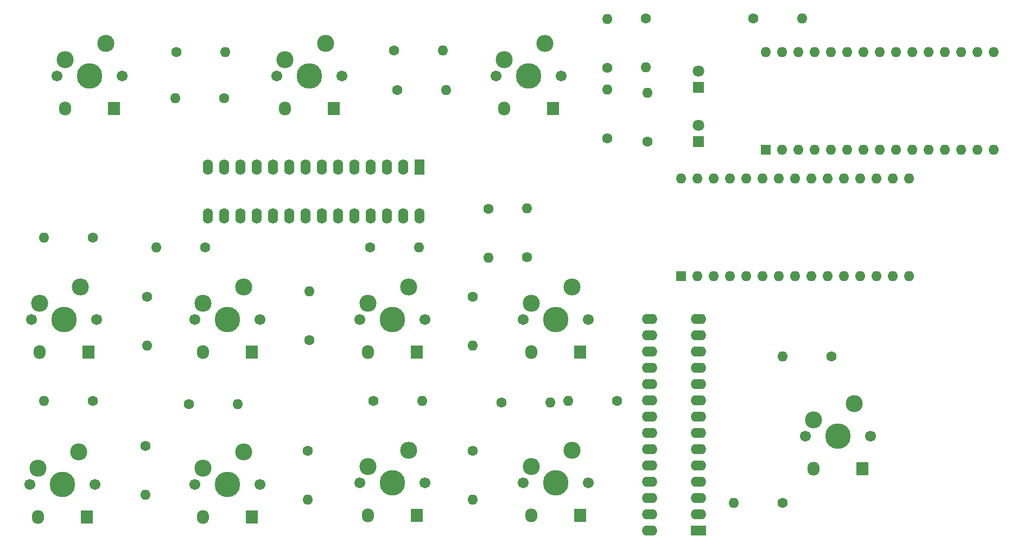
<source format=gbr>
G04 #@! TF.FileFunction,Copper,L2,Bot,Signal*
%FSLAX46Y46*%
G04 Gerber Fmt 4.6, Leading zero omitted, Abs format (unit mm)*
G04 Created by KiCad (PCBNEW 4.0.7) date Friday, 01. December 2017 'u24' 00:24:13*
%MOMM*%
%LPD*%
G01*
G04 APERTURE LIST*
%ADD10C,0.100000*%
%ADD11R,1.800000X1.800000*%
%ADD12C,1.800000*%
%ADD13C,1.600000*%
%ADD14O,1.600000X1.600000*%
%ADD15C,2.667000*%
%ADD16O,1.905000X2.159000*%
%ADD17R,1.905000X2.159000*%
%ADD18C,1.701800*%
%ADD19C,3.987800*%
%ADD20R,1.600000X2.400000*%
%ADD21O,1.600000X2.400000*%
%ADD22R,2.400000X1.600000*%
%ADD23O,2.400000X1.600000*%
%ADD24R,1.600000X1.600000*%
G04 APERTURE END LIST*
D10*
D11*
X122750000Y-21500000D03*
D12*
X122750000Y-18960000D03*
D11*
X122750000Y-30000000D03*
D12*
X122750000Y-27460000D03*
D13*
X48750000Y-23250000D03*
D14*
X41130000Y-23250000D03*
D13*
X41250000Y-16000000D03*
D14*
X48870000Y-16000000D03*
D13*
X75750000Y-22000000D03*
D14*
X83370000Y-22000000D03*
D13*
X75250000Y-15750000D03*
D14*
X82870000Y-15750000D03*
D13*
X108500000Y-29500000D03*
D14*
X108500000Y-21880000D03*
D13*
X108500000Y-18500000D03*
D14*
X108500000Y-10880000D03*
D13*
X114500000Y-10750000D03*
D14*
X114500000Y-18370000D03*
D13*
X114750000Y-30000000D03*
D14*
X114750000Y-22380000D03*
D13*
X131250000Y-10750000D03*
D14*
X138870000Y-10750000D03*
D13*
X28250000Y-45000000D03*
D14*
X20630000Y-45000000D03*
D13*
X36750000Y-54250000D03*
D14*
X36750000Y-61870000D03*
D13*
X45750000Y-46500000D03*
D14*
X38130000Y-46500000D03*
D13*
X62000000Y-61000000D03*
D14*
X62000000Y-53380000D03*
D13*
X71500000Y-46500000D03*
D14*
X79120000Y-46500000D03*
D13*
X87500000Y-54250000D03*
D14*
X87500000Y-61870000D03*
D13*
X90000000Y-40500000D03*
D14*
X90000000Y-48120000D03*
D13*
X96000000Y-48000000D03*
D14*
X96000000Y-40380000D03*
D13*
X36500000Y-77500000D03*
D14*
X36500000Y-85120000D03*
D13*
X28250000Y-70500000D03*
D14*
X20630000Y-70500000D03*
D13*
X61750000Y-78250000D03*
D14*
X61750000Y-85870000D03*
D13*
X43250000Y-71000000D03*
D14*
X50870000Y-71000000D03*
D13*
X87500000Y-78250000D03*
D14*
X87500000Y-85870000D03*
D13*
X72000000Y-70500000D03*
D14*
X79620000Y-70500000D03*
D13*
X110000000Y-70500000D03*
D14*
X102380000Y-70500000D03*
D13*
X92000000Y-70750000D03*
D14*
X99620000Y-70750000D03*
D13*
X143510000Y-63500000D03*
D14*
X135890000Y-63500000D03*
D13*
X135890000Y-86360000D03*
D14*
X128270000Y-86360000D03*
D15*
X30290000Y-14670000D03*
X23940000Y-17210000D03*
D16*
X23940000Y-24830000D03*
D17*
X31560000Y-24830000D03*
D18*
X32830000Y-19750000D03*
X22670000Y-19750000D03*
D19*
X27750000Y-19750000D03*
D15*
X64540000Y-14670000D03*
X58190000Y-17210000D03*
D16*
X58190000Y-24830000D03*
D17*
X65810000Y-24830000D03*
D18*
X67080000Y-19750000D03*
X56920000Y-19750000D03*
D19*
X62000000Y-19750000D03*
D15*
X98790000Y-14670000D03*
X92440000Y-17210000D03*
D16*
X92440000Y-24830000D03*
D17*
X100060000Y-24830000D03*
D18*
X101330000Y-19750000D03*
X91170000Y-19750000D03*
D19*
X96250000Y-19750000D03*
D15*
X26290000Y-52670000D03*
X19940000Y-55210000D03*
D16*
X19940000Y-62830000D03*
D17*
X27560000Y-62830000D03*
D18*
X28830000Y-57750000D03*
X18670000Y-57750000D03*
D19*
X23750000Y-57750000D03*
D15*
X51790000Y-52670000D03*
X45440000Y-55210000D03*
D16*
X45440000Y-62830000D03*
D17*
X53060000Y-62830000D03*
D18*
X54330000Y-57750000D03*
X44170000Y-57750000D03*
D19*
X49250000Y-57750000D03*
D15*
X77540000Y-52670000D03*
X71190000Y-55210000D03*
D16*
X71190000Y-62830000D03*
D17*
X78810000Y-62830000D03*
D18*
X80080000Y-57750000D03*
X69920000Y-57750000D03*
D19*
X75000000Y-57750000D03*
D15*
X103040000Y-52670000D03*
X96690000Y-55210000D03*
D16*
X96690000Y-62830000D03*
D17*
X104310000Y-62830000D03*
D18*
X105580000Y-57750000D03*
X95420000Y-57750000D03*
D19*
X100500000Y-57750000D03*
D15*
X26040000Y-78420000D03*
X19690000Y-80960000D03*
D16*
X19690000Y-88580000D03*
D17*
X27310000Y-88580000D03*
D18*
X28580000Y-83500000D03*
X18420000Y-83500000D03*
D19*
X23500000Y-83500000D03*
D15*
X51790000Y-78420000D03*
X45440000Y-80960000D03*
D16*
X45440000Y-88580000D03*
D17*
X53060000Y-88580000D03*
D18*
X54330000Y-83500000D03*
X44170000Y-83500000D03*
D19*
X49250000Y-83500000D03*
D15*
X77540000Y-78170000D03*
X71190000Y-80710000D03*
D16*
X71190000Y-88330000D03*
D17*
X78810000Y-88330000D03*
D18*
X80080000Y-83250000D03*
X69920000Y-83250000D03*
D19*
X75000000Y-83250000D03*
D15*
X103040000Y-78170000D03*
X96690000Y-80710000D03*
D16*
X96690000Y-88330000D03*
D17*
X104310000Y-88330000D03*
D18*
X105580000Y-83250000D03*
X95420000Y-83250000D03*
D19*
X100500000Y-83250000D03*
D15*
X147040000Y-70920000D03*
X140690000Y-73460000D03*
D16*
X140690000Y-81080000D03*
D17*
X148310000Y-81080000D03*
D18*
X149580000Y-76000000D03*
X139420000Y-76000000D03*
D19*
X144500000Y-76000000D03*
D20*
X79250000Y-34000000D03*
D21*
X46230000Y-41620000D03*
X76710000Y-34000000D03*
X48770000Y-41620000D03*
X74170000Y-34000000D03*
X51310000Y-41620000D03*
X71630000Y-34000000D03*
X53850000Y-41620000D03*
X69090000Y-34000000D03*
X56390000Y-41620000D03*
X66550000Y-34000000D03*
X58930000Y-41620000D03*
X64010000Y-34000000D03*
X61470000Y-41620000D03*
X61470000Y-34000000D03*
X64010000Y-41620000D03*
X58930000Y-34000000D03*
X66550000Y-41620000D03*
X56390000Y-34000000D03*
X69090000Y-41620000D03*
X53850000Y-34000000D03*
X71630000Y-41620000D03*
X51310000Y-34000000D03*
X74170000Y-41620000D03*
X48770000Y-34000000D03*
X76710000Y-41620000D03*
X46230000Y-34000000D03*
X79250000Y-41620000D03*
D22*
X122750000Y-90750000D03*
D23*
X115130000Y-57730000D03*
X122750000Y-88210000D03*
X115130000Y-60270000D03*
X122750000Y-85670000D03*
X115130000Y-62810000D03*
X122750000Y-83130000D03*
X115130000Y-65350000D03*
X122750000Y-80590000D03*
X115130000Y-67890000D03*
X122750000Y-78050000D03*
X115130000Y-70430000D03*
X122750000Y-75510000D03*
X115130000Y-72970000D03*
X122750000Y-72970000D03*
X115130000Y-75510000D03*
X122750000Y-70430000D03*
X115130000Y-78050000D03*
X122750000Y-67890000D03*
X115130000Y-80590000D03*
X122750000Y-65350000D03*
X115130000Y-83130000D03*
X122750000Y-62810000D03*
X115130000Y-85670000D03*
X122750000Y-60270000D03*
X115130000Y-88210000D03*
X122750000Y-57730000D03*
X115130000Y-90750000D03*
D24*
X133250000Y-31250000D03*
D14*
X166270000Y-16010000D03*
X135790000Y-31250000D03*
X163730000Y-16010000D03*
X138330000Y-31250000D03*
X161190000Y-16010000D03*
X140870000Y-31250000D03*
X158650000Y-16010000D03*
X143410000Y-31250000D03*
X156110000Y-16010000D03*
X145950000Y-31250000D03*
X153570000Y-16010000D03*
X148490000Y-31250000D03*
X151030000Y-16010000D03*
X151030000Y-31250000D03*
X148490000Y-16010000D03*
X153570000Y-31250000D03*
X145950000Y-16010000D03*
X156110000Y-31250000D03*
X143410000Y-16010000D03*
X158650000Y-31250000D03*
X140870000Y-16010000D03*
X161190000Y-31250000D03*
X138330000Y-16010000D03*
X163730000Y-31250000D03*
X135790000Y-16010000D03*
X166270000Y-31250000D03*
X133250000Y-16010000D03*
X168810000Y-31250000D03*
X168810000Y-16010000D03*
D24*
X120000000Y-51000000D03*
D14*
X153020000Y-35760000D03*
X122540000Y-51000000D03*
X150480000Y-35760000D03*
X125080000Y-51000000D03*
X147940000Y-35760000D03*
X127620000Y-51000000D03*
X145400000Y-35760000D03*
X130160000Y-51000000D03*
X142860000Y-35760000D03*
X132700000Y-51000000D03*
X140320000Y-35760000D03*
X135240000Y-51000000D03*
X137780000Y-35760000D03*
X137780000Y-51000000D03*
X135240000Y-35760000D03*
X140320000Y-51000000D03*
X132700000Y-35760000D03*
X142860000Y-51000000D03*
X130160000Y-35760000D03*
X145400000Y-51000000D03*
X127620000Y-35760000D03*
X147940000Y-51000000D03*
X125080000Y-35760000D03*
X150480000Y-51000000D03*
X122540000Y-35760000D03*
X153020000Y-51000000D03*
X120000000Y-35760000D03*
X155560000Y-51000000D03*
X155560000Y-35760000D03*
M02*

</source>
